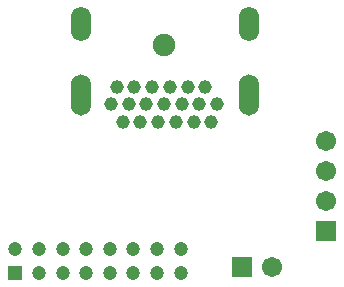
<source format=gts>
%FSTAX25Y25*%
%MOIN*%
%SFA1B1*%

%IPPOS*%
%ADD26C,0.074930*%
%ADD27C,0.045400*%
%ADD28O,0.067060X0.114300*%
%ADD29O,0.067060X0.137920*%
%ADD30R,0.067060X0.067060*%
%ADD31C,0.067060*%
%ADD32R,0.047370X0.047370*%
%ADD33C,0.047370*%
%ADD34R,0.067060X0.067060*%
%LNhdmi_breakout_pcb_v02-1*%
%LPD*%
G54D26*
X0262Y0468D03*
G54D27*
X0262Y0448315D03*
X0267906D03*
X0273811D03*
X0279717D03*
X0256094D03*
X0250189D03*
X0244283D03*
X0246252Y045422D03*
X0252157D03*
X0258063D03*
X0263969D03*
X0269874D03*
X027578D03*
X024822Y0442409D03*
X0254126D03*
X0260032D03*
X0265937D03*
X0271843D03*
X0277748D03*
G54D28*
X0290346Y0475087D03*
X0234441D03*
G54D29*
X0290346Y0451465D03*
X0234441D03*
G54D30*
X0316Y0406D03*
G54D31*
X0316Y0416D03*
Y0426D03*
Y0436D03*
X0298Y0394D03*
G54D32*
X0212441Y0392063D03*
G54D33*
X0220315Y0392063D03*
X0228189D03*
X0236063D03*
X0243937D03*
X0251811D03*
X0259685D03*
X0267559D03*
X0212441Y0399937D03*
X0220315D03*
X0228189D03*
X0236063D03*
X0243937D03*
X0251811D03*
X0259685D03*
X0267559D03*
G54D34*
X0288Y0394D03*
M02*
</source>
